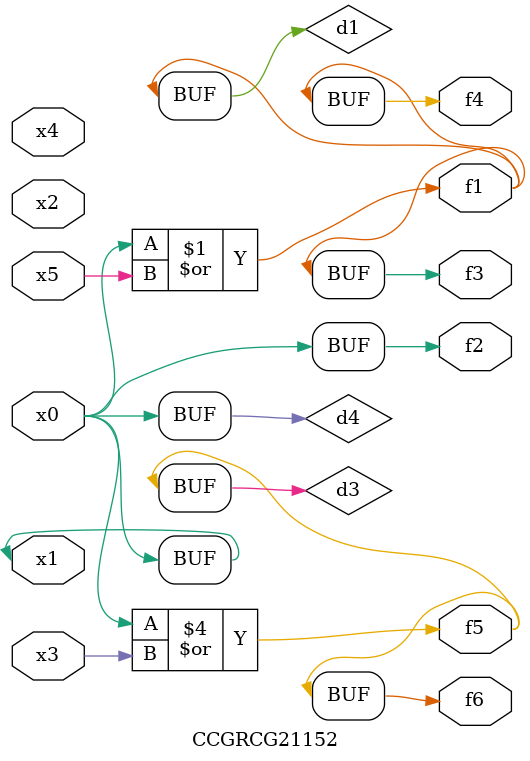
<source format=v>
module CCGRCG21152(
	input x0, x1, x2, x3, x4, x5,
	output f1, f2, f3, f4, f5, f6
);

	wire d1, d2, d3, d4;

	or (d1, x0, x5);
	xnor (d2, x1, x4);
	or (d3, x0, x3);
	buf (d4, x0, x1);
	assign f1 = d1;
	assign f2 = d4;
	assign f3 = d1;
	assign f4 = d1;
	assign f5 = d3;
	assign f6 = d3;
endmodule

</source>
